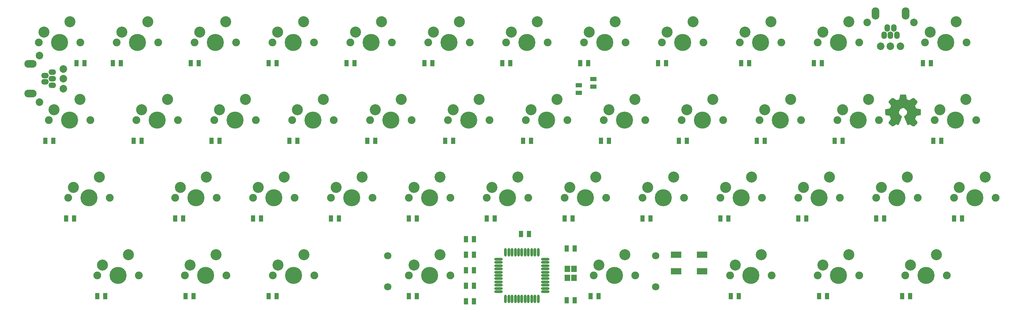
<source format=gbs>
G04 (created by PCBNEW (2013-07-07 BZR 4022)-stable) date 7/6/2014 3:39:49 PM*
%MOIN*%
G04 Gerber Fmt 3.4, Leading zero omitted, Abs format*
%FSLAX34Y34*%
G01*
G70*
G90*
G04 APERTURE LIST*
%ADD10C,0.00590551*%
%ADD11C,0.0001*%
%ADD12O,0.0828X0.024*%
%ADD13O,0.024X0.0828*%
%ADD14R,0.043X0.063*%
%ADD15R,0.063X0.043*%
%ADD16C,0.0709921*%
%ADD17C,0.1647*%
%ADD18C,0.1064*%
%ADD19C,0.0749*%
%ADD20R,0.0533X0.0631*%
%ADD21R,0.0986X0.0631*%
%ADD22O,0.053X0.073*%
%ADD23O,0.075X0.118*%
%ADD24C,0.073*%
%ADD25O,0.073X0.053*%
%ADD26O,0.118X0.075*%
G04 APERTURE END LIST*
G54D10*
G54D11*
G36*
X114905Y-41294D02*
X114905Y-41348D01*
X114905Y-41392D01*
X114904Y-41427D01*
X114904Y-41455D01*
X114903Y-41476D01*
X114902Y-41491D01*
X114901Y-41502D01*
X114899Y-41508D01*
X114897Y-41510D01*
X114890Y-41513D01*
X114873Y-41517D01*
X114848Y-41523D01*
X114816Y-41529D01*
X114778Y-41537D01*
X114735Y-41545D01*
X114690Y-41554D01*
X114640Y-41563D01*
X114595Y-41572D01*
X114556Y-41580D01*
X114524Y-41587D01*
X114500Y-41592D01*
X114486Y-41596D01*
X114482Y-41598D01*
X114478Y-41605D01*
X114470Y-41620D01*
X114460Y-41643D01*
X114448Y-41670D01*
X114435Y-41700D01*
X114422Y-41733D01*
X114409Y-41765D01*
X114397Y-41795D01*
X114387Y-41822D01*
X114379Y-41844D01*
X114374Y-41859D01*
X114373Y-41865D01*
X114376Y-41870D01*
X114385Y-41884D01*
X114399Y-41905D01*
X114417Y-41931D01*
X114438Y-41962D01*
X114461Y-41996D01*
X114476Y-42017D01*
X114577Y-42165D01*
X114577Y-42231D01*
X114577Y-42297D01*
X114423Y-42451D01*
X114269Y-42605D01*
X114204Y-42605D01*
X114140Y-42605D01*
X113994Y-42505D01*
X113849Y-42405D01*
X113802Y-42430D01*
X113756Y-42456D01*
X113688Y-42454D01*
X113620Y-42452D01*
X113471Y-42094D01*
X113322Y-41736D01*
X113322Y-41679D01*
X113322Y-41654D01*
X113323Y-41633D01*
X113324Y-41619D01*
X113325Y-41614D01*
X113331Y-41607D01*
X113344Y-41596D01*
X113362Y-41582D01*
X113379Y-41570D01*
X113425Y-41536D01*
X113463Y-41504D01*
X113494Y-41472D01*
X113520Y-41438D01*
X113543Y-41399D01*
X113558Y-41370D01*
X113581Y-41318D01*
X113594Y-41271D01*
X113597Y-41228D01*
X113595Y-41201D01*
X113577Y-41136D01*
X113549Y-41075D01*
X113513Y-41018D01*
X113467Y-40966D01*
X113414Y-40921D01*
X113355Y-40884D01*
X113347Y-40880D01*
X113305Y-40861D01*
X113264Y-40848D01*
X113225Y-40840D01*
X113202Y-40838D01*
X113160Y-40843D01*
X113113Y-40856D01*
X113064Y-40877D01*
X113016Y-40905D01*
X112971Y-40938D01*
X112930Y-40975D01*
X112904Y-41003D01*
X112880Y-41038D01*
X112856Y-41080D01*
X112836Y-41125D01*
X112820Y-41168D01*
X112816Y-41182D01*
X112811Y-41211D01*
X112809Y-41238D01*
X112811Y-41264D01*
X112819Y-41294D01*
X112831Y-41331D01*
X112834Y-41339D01*
X112863Y-41400D01*
X112901Y-41456D01*
X112949Y-41508D01*
X113006Y-41555D01*
X113045Y-41582D01*
X113061Y-41593D01*
X113074Y-41602D01*
X113080Y-41607D01*
X113081Y-41615D01*
X113083Y-41632D01*
X113083Y-41654D01*
X113084Y-41675D01*
X113084Y-41736D01*
X112939Y-42084D01*
X112915Y-42144D01*
X112892Y-42200D01*
X112870Y-42253D01*
X112850Y-42301D01*
X112832Y-42343D01*
X112817Y-42379D01*
X112805Y-42409D01*
X112796Y-42430D01*
X112790Y-42442D01*
X112789Y-42444D01*
X112786Y-42449D01*
X112780Y-42452D01*
X112770Y-42454D01*
X112754Y-42455D01*
X112730Y-42455D01*
X112718Y-42455D01*
X112652Y-42455D01*
X112605Y-42430D01*
X112558Y-42405D01*
X112467Y-42468D01*
X112434Y-42490D01*
X112400Y-42514D01*
X112367Y-42536D01*
X112339Y-42555D01*
X112321Y-42568D01*
X112266Y-42605D01*
X112201Y-42605D01*
X112137Y-42605D01*
X111982Y-42451D01*
X111828Y-42297D01*
X111828Y-42232D01*
X111828Y-42204D01*
X111829Y-42185D01*
X111831Y-42171D01*
X111834Y-42161D01*
X111840Y-42151D01*
X111847Y-42141D01*
X111855Y-42129D01*
X111868Y-42109D01*
X111886Y-42083D01*
X111906Y-42053D01*
X111929Y-42020D01*
X111949Y-41990D01*
X111972Y-41957D01*
X111992Y-41927D01*
X112009Y-41901D01*
X112022Y-41880D01*
X112031Y-41866D01*
X112034Y-41860D01*
X112032Y-41853D01*
X112026Y-41837D01*
X112018Y-41814D01*
X112006Y-41785D01*
X111993Y-41752D01*
X111983Y-41726D01*
X111966Y-41683D01*
X111952Y-41650D01*
X111941Y-41625D01*
X111932Y-41608D01*
X111926Y-41598D01*
X111921Y-41594D01*
X111912Y-41592D01*
X111895Y-41588D01*
X111869Y-41583D01*
X111836Y-41576D01*
X111797Y-41569D01*
X111754Y-41560D01*
X111712Y-41553D01*
X111667Y-41544D01*
X111624Y-41536D01*
X111587Y-41528D01*
X111555Y-41522D01*
X111530Y-41516D01*
X111514Y-41512D01*
X111508Y-41510D01*
X111506Y-41507D01*
X111505Y-41500D01*
X111504Y-41488D01*
X111503Y-41471D01*
X111502Y-41448D01*
X111501Y-41417D01*
X111501Y-41379D01*
X111501Y-41332D01*
X111500Y-41274D01*
X111500Y-41230D01*
X111500Y-40956D01*
X111513Y-40949D01*
X111521Y-40946D01*
X111539Y-40941D01*
X111565Y-40936D01*
X111598Y-40929D01*
X111637Y-40921D01*
X111681Y-40913D01*
X111727Y-40904D01*
X111728Y-40904D01*
X111774Y-40895D01*
X111817Y-40887D01*
X111856Y-40879D01*
X111888Y-40872D01*
X111913Y-40867D01*
X111930Y-40862D01*
X111938Y-40860D01*
X111938Y-40860D01*
X111942Y-40853D01*
X111949Y-40838D01*
X111959Y-40816D01*
X111972Y-40789D01*
X111985Y-40759D01*
X111998Y-40728D01*
X112012Y-40698D01*
X112024Y-40670D01*
X112034Y-40645D01*
X112041Y-40627D01*
X112045Y-40616D01*
X112045Y-40615D01*
X112042Y-40609D01*
X112033Y-40595D01*
X112020Y-40574D01*
X112002Y-40547D01*
X111981Y-40516D01*
X111957Y-40481D01*
X111937Y-40451D01*
X111828Y-40293D01*
X111828Y-40229D01*
X111828Y-40165D01*
X111982Y-40010D01*
X112136Y-39856D01*
X112202Y-39856D01*
X112268Y-39856D01*
X112408Y-39952D01*
X112444Y-39976D01*
X112478Y-40000D01*
X112509Y-40021D01*
X112535Y-40039D01*
X112555Y-40053D01*
X112568Y-40062D01*
X112570Y-40063D01*
X112593Y-40079D01*
X112698Y-40036D01*
X112739Y-40020D01*
X112770Y-40007D01*
X112794Y-39997D01*
X112811Y-39989D01*
X112822Y-39983D01*
X112829Y-39978D01*
X112834Y-39974D01*
X112836Y-39969D01*
X112836Y-39968D01*
X112838Y-39960D01*
X112842Y-39942D01*
X112847Y-39917D01*
X112853Y-39884D01*
X112861Y-39845D01*
X112869Y-39802D01*
X112877Y-39755D01*
X112878Y-39750D01*
X112887Y-39704D01*
X112896Y-39660D01*
X112903Y-39621D01*
X112910Y-39588D01*
X112916Y-39562D01*
X112920Y-39544D01*
X112923Y-39536D01*
X112923Y-39536D01*
X112926Y-39534D01*
X112933Y-39533D01*
X112943Y-39531D01*
X112959Y-39530D01*
X112981Y-39530D01*
X113010Y-39529D01*
X113046Y-39529D01*
X113091Y-39528D01*
X113146Y-39528D01*
X113202Y-39528D01*
X113256Y-39528D01*
X113307Y-39529D01*
X113353Y-39529D01*
X113394Y-39530D01*
X113429Y-39530D01*
X113455Y-39531D01*
X113473Y-39532D01*
X113482Y-39533D01*
X113482Y-39533D01*
X113485Y-39540D01*
X113489Y-39556D01*
X113495Y-39583D01*
X113503Y-39617D01*
X113511Y-39660D01*
X113521Y-39710D01*
X113528Y-39748D01*
X113537Y-39795D01*
X113545Y-39840D01*
X113553Y-39880D01*
X113559Y-39914D01*
X113565Y-39941D01*
X113569Y-39960D01*
X113571Y-39970D01*
X113571Y-39970D01*
X113576Y-39976D01*
X113588Y-39983D01*
X113606Y-39992D01*
X113633Y-40004D01*
X113668Y-40020D01*
X113694Y-40030D01*
X113732Y-40046D01*
X113761Y-40057D01*
X113782Y-40066D01*
X113798Y-40071D01*
X113808Y-40073D01*
X113816Y-40074D01*
X113821Y-40072D01*
X113826Y-40070D01*
X113827Y-40069D01*
X113835Y-40064D01*
X113851Y-40053D01*
X113873Y-40037D01*
X113902Y-40018D01*
X113934Y-39996D01*
X113970Y-39972D01*
X113990Y-39958D01*
X114138Y-39856D01*
X114204Y-39856D01*
X114269Y-39856D01*
X114423Y-40010D01*
X114577Y-40164D01*
X114577Y-40230D01*
X114577Y-40296D01*
X114468Y-40454D01*
X114359Y-40612D01*
X114411Y-40735D01*
X114427Y-40770D01*
X114441Y-40802D01*
X114454Y-40828D01*
X114464Y-40848D01*
X114471Y-40860D01*
X114473Y-40862D01*
X114481Y-40864D01*
X114498Y-40868D01*
X114523Y-40874D01*
X114556Y-40880D01*
X114595Y-40888D01*
X114638Y-40896D01*
X114684Y-40905D01*
X114689Y-40906D01*
X114743Y-40916D01*
X114790Y-40925D01*
X114829Y-40933D01*
X114861Y-40940D01*
X114884Y-40946D01*
X114897Y-40950D01*
X114900Y-40952D01*
X114901Y-40958D01*
X114902Y-40975D01*
X114903Y-41001D01*
X114904Y-41035D01*
X114904Y-41075D01*
X114905Y-41120D01*
X114905Y-41170D01*
X114905Y-41224D01*
X114905Y-41231D01*
X114905Y-41294D01*
X114905Y-41294D01*
X114905Y-41294D01*
G37*
G54D12*
X74250Y-57000D03*
X74250Y-56685D03*
X74250Y-56370D03*
X74250Y-56055D03*
X74250Y-55740D03*
X74250Y-55425D03*
X74250Y-57315D03*
X74250Y-57630D03*
X74250Y-57945D03*
X74250Y-58260D03*
X74250Y-58575D03*
X78750Y-57000D03*
X78750Y-56685D03*
X78750Y-56370D03*
X78750Y-56055D03*
X78750Y-55740D03*
X78750Y-55425D03*
X78750Y-57315D03*
X78750Y-57630D03*
X78750Y-57945D03*
X78750Y-58260D03*
X78750Y-58575D03*
G54D13*
X76500Y-54750D03*
X76500Y-59250D03*
X76815Y-54750D03*
X76815Y-59250D03*
X77130Y-59250D03*
X77130Y-54750D03*
X77445Y-54750D03*
X77445Y-59250D03*
X77760Y-59250D03*
X77760Y-54750D03*
X78075Y-54750D03*
X78075Y-59250D03*
X76185Y-59250D03*
X76185Y-54750D03*
X75870Y-54750D03*
X75870Y-59250D03*
X75555Y-59250D03*
X75555Y-54750D03*
X75240Y-54750D03*
X75240Y-59250D03*
X74925Y-59250D03*
X74925Y-54750D03*
G54D14*
X80625Y-51500D03*
X81375Y-51500D03*
X58125Y-51500D03*
X58875Y-51500D03*
X65625Y-59000D03*
X66375Y-59000D03*
X59625Y-36500D03*
X60375Y-36500D03*
X74625Y-36500D03*
X75375Y-36500D03*
X33625Y-36500D03*
X34375Y-36500D03*
X65625Y-51500D03*
X66375Y-51500D03*
X52125Y-36500D03*
X52875Y-36500D03*
X76625Y-44000D03*
X77375Y-44000D03*
X82125Y-36500D03*
X82875Y-36500D03*
X89625Y-36500D03*
X90375Y-36500D03*
X84125Y-44000D03*
X84875Y-44000D03*
X88125Y-51500D03*
X88875Y-51500D03*
X61625Y-44000D03*
X62375Y-44000D03*
X95625Y-51500D03*
X96375Y-51500D03*
X54125Y-44000D03*
X54875Y-44000D03*
X91625Y-44000D03*
X92375Y-44000D03*
X96625Y-59000D03*
X97375Y-59000D03*
X73125Y-51500D03*
X73875Y-51500D03*
X69125Y-44000D03*
X69875Y-44000D03*
X67125Y-36500D03*
X67875Y-36500D03*
X52125Y-59000D03*
X52875Y-59000D03*
X44125Y-59000D03*
X44875Y-59000D03*
X50625Y-51500D03*
X51375Y-51500D03*
X46625Y-44000D03*
X47375Y-44000D03*
X37125Y-36500D03*
X37875Y-36500D03*
X44625Y-36500D03*
X45375Y-36500D03*
X30625Y-44000D03*
X31375Y-44000D03*
X39125Y-44000D03*
X39875Y-44000D03*
X43125Y-51500D03*
X43875Y-51500D03*
X97625Y-36500D03*
X98375Y-36500D03*
X99125Y-44000D03*
X99875Y-44000D03*
X104625Y-36500D03*
X105375Y-36500D03*
X106625Y-44000D03*
X107375Y-44000D03*
X103125Y-51500D03*
X103875Y-51500D03*
X118125Y-51500D03*
X118875Y-51500D03*
X110625Y-51500D03*
X111375Y-51500D03*
X116125Y-44000D03*
X116875Y-44000D03*
X115125Y-36500D03*
X115875Y-36500D03*
X83125Y-59000D03*
X83875Y-59000D03*
X105125Y-59000D03*
X105875Y-59000D03*
X113125Y-59000D03*
X113875Y-59000D03*
X35625Y-59000D03*
X36375Y-59000D03*
X32625Y-51500D03*
X33375Y-51500D03*
X71875Y-58000D03*
X71125Y-58000D03*
X71875Y-56500D03*
X71125Y-56500D03*
X77175Y-53000D03*
X76425Y-53000D03*
X71875Y-59500D03*
X71125Y-59500D03*
G54D15*
X82000Y-39375D03*
X82000Y-38625D03*
X83400Y-38775D03*
X83400Y-38025D03*
G54D14*
X71875Y-55000D03*
X71125Y-55000D03*
X80825Y-59400D03*
X81575Y-59400D03*
X81575Y-54400D03*
X80825Y-54400D03*
X71875Y-53500D03*
X71125Y-53500D03*
G54D16*
X63600Y-58100D03*
X63600Y-55100D03*
X89400Y-58100D03*
X89400Y-55100D03*
G54D17*
X37632Y-57000D03*
G54D18*
X38632Y-55000D03*
X36132Y-56000D03*
G54D19*
X35632Y-57000D03*
X39632Y-57000D03*
G54D17*
X67625Y-57000D03*
G54D18*
X68625Y-55000D03*
X66125Y-56000D03*
G54D19*
X65625Y-57000D03*
X69625Y-57000D03*
G54D17*
X98541Y-57000D03*
G54D18*
X99541Y-55000D03*
X97041Y-56000D03*
G54D19*
X96541Y-57000D03*
X100541Y-57000D03*
G54D17*
X34812Y-49500D03*
G54D18*
X35812Y-47500D03*
X33312Y-48500D03*
G54D19*
X32812Y-49500D03*
X36812Y-49500D03*
G54D17*
X117312Y-34500D03*
G54D18*
X118312Y-32500D03*
X115812Y-33500D03*
G54D19*
X115312Y-34500D03*
X119312Y-34500D03*
G54D17*
X101370Y-42000D03*
G54D18*
X102370Y-40000D03*
X99870Y-41000D03*
G54D19*
X99370Y-42000D03*
X103370Y-42000D03*
G54D17*
X93870Y-42000D03*
G54D18*
X94870Y-40000D03*
X92370Y-41000D03*
G54D19*
X91870Y-42000D03*
X95870Y-42000D03*
G54D17*
X86370Y-42000D03*
G54D18*
X87370Y-40000D03*
X84870Y-41000D03*
G54D19*
X84370Y-42000D03*
X88370Y-42000D03*
G54D17*
X78870Y-42000D03*
G54D18*
X79870Y-40000D03*
X77370Y-41000D03*
G54D19*
X76870Y-42000D03*
X80870Y-42000D03*
G54D17*
X71370Y-42000D03*
G54D18*
X72370Y-40000D03*
X69870Y-41000D03*
G54D19*
X69370Y-42000D03*
X73370Y-42000D03*
G54D17*
X63870Y-42000D03*
G54D18*
X64870Y-40000D03*
X62370Y-41000D03*
G54D19*
X61870Y-42000D03*
X65870Y-42000D03*
G54D17*
X56370Y-42000D03*
G54D18*
X57370Y-40000D03*
X54870Y-41000D03*
G54D19*
X54370Y-42000D03*
X58370Y-42000D03*
G54D17*
X48870Y-42000D03*
G54D18*
X49870Y-40000D03*
X47370Y-41000D03*
G54D19*
X46870Y-42000D03*
X50870Y-42000D03*
G54D17*
X41370Y-42000D03*
G54D18*
X42370Y-40000D03*
X39870Y-41000D03*
G54D19*
X39370Y-42000D03*
X43370Y-42000D03*
G54D17*
X32935Y-42000D03*
G54D18*
X33935Y-40000D03*
X31435Y-41000D03*
G54D19*
X30935Y-42000D03*
X34935Y-42000D03*
G54D17*
X77000Y-34500D03*
G54D18*
X78000Y-32500D03*
X75500Y-33500D03*
G54D19*
X75000Y-34500D03*
X79000Y-34500D03*
G54D17*
X107000Y-34500D03*
G54D18*
X108000Y-32500D03*
X105500Y-33500D03*
G54D19*
X105000Y-34500D03*
X109000Y-34500D03*
G54D17*
X99500Y-34500D03*
G54D18*
X100500Y-32500D03*
X98000Y-33500D03*
G54D19*
X97500Y-34500D03*
X101500Y-34500D03*
G54D17*
X84500Y-34500D03*
G54D18*
X85500Y-32500D03*
X83000Y-33500D03*
G54D19*
X82500Y-34500D03*
X86500Y-34500D03*
G54D17*
X69500Y-34500D03*
G54D18*
X70500Y-32500D03*
X68000Y-33500D03*
G54D19*
X67500Y-34500D03*
X71500Y-34500D03*
G54D17*
X62000Y-34500D03*
G54D18*
X63000Y-32500D03*
X60500Y-33500D03*
G54D19*
X60000Y-34500D03*
X64000Y-34500D03*
G54D17*
X54500Y-34500D03*
G54D18*
X55500Y-32500D03*
X53000Y-33500D03*
G54D19*
X52500Y-34500D03*
X56500Y-34500D03*
G54D17*
X47000Y-34500D03*
G54D18*
X48000Y-32500D03*
X45500Y-33500D03*
G54D19*
X45000Y-34500D03*
X49000Y-34500D03*
G54D17*
X39500Y-34500D03*
G54D18*
X40500Y-32500D03*
X38000Y-33500D03*
G54D19*
X37500Y-34500D03*
X41500Y-34500D03*
G54D17*
X32000Y-34500D03*
G54D18*
X33000Y-32500D03*
X30500Y-33500D03*
G54D19*
X30000Y-34500D03*
X34000Y-34500D03*
G54D17*
X108870Y-42000D03*
G54D18*
X109870Y-40000D03*
X107370Y-41000D03*
G54D19*
X106870Y-42000D03*
X110870Y-42000D03*
G54D17*
X92000Y-34500D03*
G54D18*
X93000Y-32500D03*
X90500Y-33500D03*
G54D19*
X90000Y-34500D03*
X94000Y-34500D03*
G54D17*
X115411Y-57000D03*
G54D18*
X116411Y-55000D03*
X113911Y-56000D03*
G54D19*
X113411Y-57000D03*
X117411Y-57000D03*
G54D17*
X106976Y-57000D03*
G54D18*
X107976Y-55000D03*
X105476Y-56000D03*
G54D19*
X104976Y-57000D03*
X108976Y-57000D03*
G54D17*
X85419Y-57000D03*
G54D18*
X86419Y-55000D03*
X83919Y-56000D03*
G54D19*
X83419Y-57000D03*
X87419Y-57000D03*
G54D17*
X54502Y-57000D03*
G54D18*
X55502Y-55000D03*
X53002Y-56000D03*
G54D19*
X52502Y-57000D03*
X56502Y-57000D03*
G54D17*
X46067Y-57000D03*
G54D18*
X47067Y-55000D03*
X44567Y-56000D03*
G54D19*
X44067Y-57000D03*
X48067Y-57000D03*
G54D17*
X120125Y-49500D03*
G54D18*
X121125Y-47500D03*
X118625Y-48500D03*
G54D19*
X118125Y-49500D03*
X122125Y-49500D03*
G54D17*
X112625Y-49500D03*
G54D18*
X113625Y-47500D03*
X111125Y-48500D03*
G54D19*
X110625Y-49500D03*
X114625Y-49500D03*
G54D17*
X105125Y-49500D03*
G54D18*
X106125Y-47500D03*
X103625Y-48500D03*
G54D19*
X103125Y-49500D03*
X107125Y-49500D03*
G54D17*
X97625Y-49500D03*
G54D18*
X98625Y-47500D03*
X96125Y-48500D03*
G54D19*
X95625Y-49500D03*
X99625Y-49500D03*
G54D17*
X90125Y-49500D03*
G54D18*
X91125Y-47500D03*
X88625Y-48500D03*
G54D19*
X88125Y-49500D03*
X92125Y-49500D03*
G54D17*
X82625Y-49500D03*
G54D18*
X83625Y-47500D03*
X81125Y-48500D03*
G54D19*
X80625Y-49500D03*
X84625Y-49500D03*
G54D17*
X75125Y-49500D03*
G54D18*
X76125Y-47500D03*
X73625Y-48500D03*
G54D19*
X73125Y-49500D03*
X77125Y-49500D03*
G54D17*
X67625Y-49500D03*
G54D18*
X68625Y-47500D03*
X66125Y-48500D03*
G54D19*
X65625Y-49500D03*
X69625Y-49500D03*
G54D17*
X60125Y-49500D03*
G54D18*
X61125Y-47500D03*
X58625Y-48500D03*
G54D19*
X58125Y-49500D03*
X62125Y-49500D03*
G54D17*
X52625Y-49500D03*
G54D18*
X53625Y-47500D03*
X51125Y-48500D03*
G54D19*
X50625Y-49500D03*
X54625Y-49500D03*
G54D17*
X45125Y-49500D03*
G54D18*
X46125Y-47500D03*
X43625Y-48500D03*
G54D19*
X43125Y-49500D03*
X47125Y-49500D03*
G54D17*
X118245Y-42000D03*
G54D18*
X119245Y-40000D03*
X116745Y-41000D03*
G54D19*
X116245Y-42000D03*
X120245Y-42000D03*
G54D20*
X80885Y-56367D03*
X80885Y-57233D03*
X81515Y-56367D03*
X81515Y-57233D03*
G54D21*
X91360Y-56588D03*
X93840Y-55013D03*
X93840Y-56587D03*
X91360Y-55013D03*
G54D22*
X111370Y-33785D03*
X111685Y-33097D03*
X112000Y-33785D03*
X112315Y-33097D03*
X112630Y-33785D03*
G54D23*
X113436Y-31689D03*
X110564Y-31689D03*
G54D24*
X111050Y-34850D03*
X109750Y-32550D03*
X112000Y-34850D03*
X114250Y-32550D03*
X112950Y-34850D03*
G54D25*
X31285Y-38630D03*
X30597Y-38315D03*
X31285Y-38000D03*
X30597Y-37685D03*
X31285Y-37370D03*
G54D26*
X29189Y-36564D03*
X29189Y-39436D03*
G54D24*
X32350Y-38950D03*
X30050Y-40250D03*
X32350Y-38000D03*
X30050Y-35750D03*
X32350Y-37050D03*
M02*

</source>
